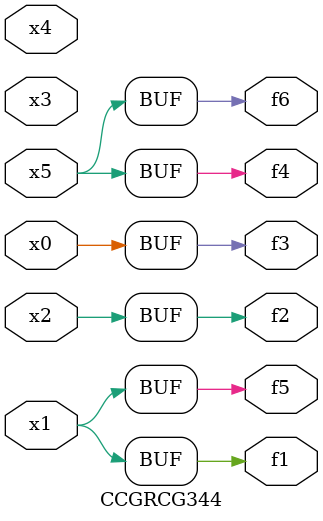
<source format=v>
module CCGRCG344(
	input x0, x1, x2, x3, x4, x5,
	output f1, f2, f3, f4, f5, f6
);
	assign f1 = x1;
	assign f2 = x2;
	assign f3 = x0;
	assign f4 = x5;
	assign f5 = x1;
	assign f6 = x5;
endmodule

</source>
